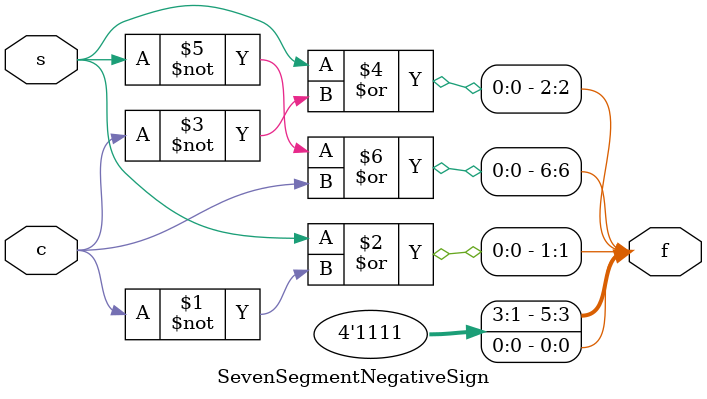
<source format=v>
module SevenSegmentNegativeSign(s,c,f);

input s,c;
output [6:0] f;

//LED 0 always OFF
assign f[0] = 1;

//turn LEDs 1 and 2 ON to output 1
assign f[1] = (s | ~c);
assign f[2] = (s | ~c);

//LEDs 3 thtough 5 are always off
assign f[3] = 1;
assign f[4] = 1;
assign f[5] = 1;

//LED 6 is only ON when a1 in a0-a1 is less bigger than a0. LED 6 output the minus sign.
assign f[6] = (~s | c);

endmodule 
</source>
